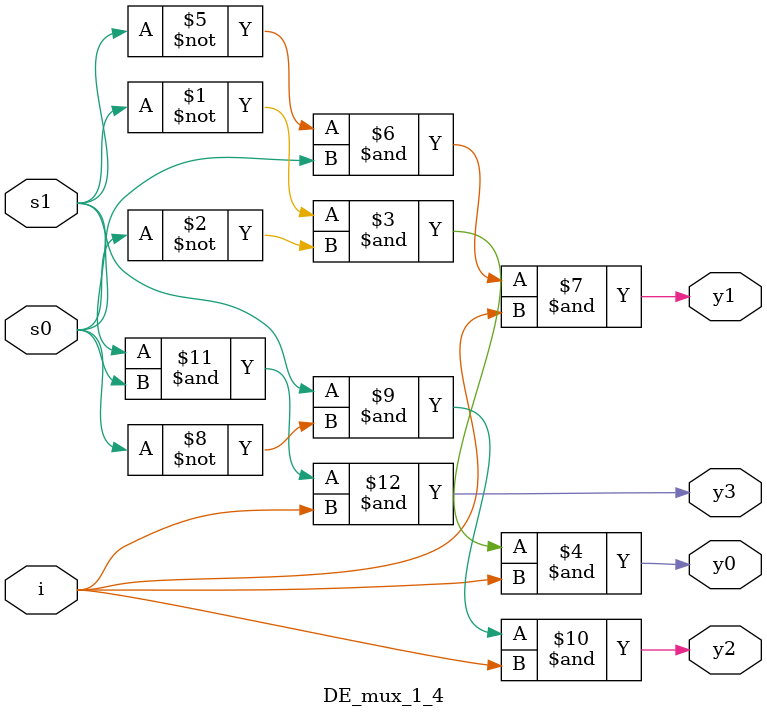
<source format=v>
`timescale 1ns / 1ps


module DE_mux_1_4(
    input i,s0,s1,
    output y0,y1,y2,y3
    );
    assign y0=(~s1)&(~s0)&i;
    assign y1=(~s1)&s0&i;
    assign y2=s1&(~s0)&i;
    assign y3=s1&s0&i;
endmodule

</source>
